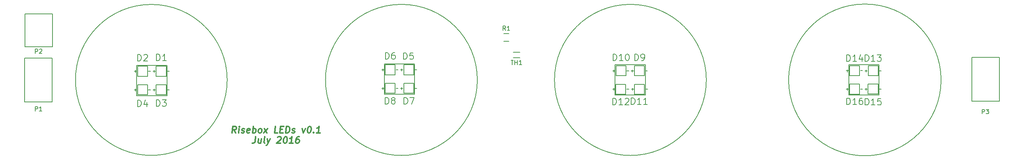
<source format=gto>
G04 #@! TF.FileFunction,Legend,Top*
%FSLAX46Y46*%
G04 Gerber Fmt 4.6, Leading zero omitted, Abs format (unit mm)*
G04 Created by KiCad (PCBNEW 4.0.2-stable) date Vendredi 08 juillet 2016 18:35:17*
%MOMM*%
G01*
G04 APERTURE LIST*
%ADD10C,0.100000*%
%ADD11C,0.300000*%
%ADD12C,0.200000*%
%ADD13C,0.150000*%
G04 APERTURE END LIST*
D10*
D11*
X91205179Y-99778571D02*
X90794464Y-99064286D01*
X90348036Y-99778571D02*
X90535536Y-98278571D01*
X91106964Y-98278571D01*
X91240893Y-98350000D01*
X91303392Y-98421429D01*
X91356964Y-98564286D01*
X91330179Y-98778571D01*
X91240892Y-98921429D01*
X91160536Y-98992857D01*
X91008749Y-99064286D01*
X90437321Y-99064286D01*
X91848036Y-99778571D02*
X91973036Y-98778571D01*
X92035536Y-98278571D02*
X91955178Y-98350000D01*
X92017678Y-98421429D01*
X92098035Y-98350000D01*
X92035536Y-98278571D01*
X92017678Y-98421429D01*
X92499821Y-99707143D02*
X92633750Y-99778571D01*
X92919465Y-99778571D01*
X93071250Y-99707143D01*
X93160535Y-99564286D01*
X93169464Y-99492857D01*
X93115893Y-99350000D01*
X92981965Y-99278571D01*
X92767679Y-99278571D01*
X92633750Y-99207143D01*
X92580178Y-99064286D01*
X92589107Y-98992857D01*
X92678393Y-98850000D01*
X92830179Y-98778571D01*
X93044465Y-98778571D01*
X93178393Y-98850000D01*
X94356964Y-99707143D02*
X94205179Y-99778571D01*
X93919465Y-99778571D01*
X93785536Y-99707143D01*
X93731964Y-99564286D01*
X93803393Y-98992857D01*
X93892679Y-98850000D01*
X94044465Y-98778571D01*
X94330179Y-98778571D01*
X94464107Y-98850000D01*
X94517679Y-98992857D01*
X94499822Y-99135714D01*
X93767679Y-99278571D01*
X95062322Y-99778571D02*
X95249822Y-98278571D01*
X95178393Y-98850000D02*
X95330179Y-98778571D01*
X95615893Y-98778571D01*
X95749821Y-98850000D01*
X95812321Y-98921429D01*
X95865893Y-99064286D01*
X95812322Y-99492857D01*
X95723036Y-99635714D01*
X95642678Y-99707143D01*
X95490893Y-99778571D01*
X95205179Y-99778571D01*
X95071250Y-99707143D01*
X96633751Y-99778571D02*
X96499821Y-99707143D01*
X96437322Y-99635714D01*
X96383750Y-99492857D01*
X96437321Y-99064286D01*
X96526607Y-98921429D01*
X96606964Y-98850000D01*
X96758751Y-98778571D01*
X96973036Y-98778571D01*
X97106964Y-98850000D01*
X97169464Y-98921429D01*
X97223036Y-99064286D01*
X97169465Y-99492857D01*
X97080179Y-99635714D01*
X96999821Y-99707143D01*
X96848036Y-99778571D01*
X96633751Y-99778571D01*
X97633751Y-99778571D02*
X98544465Y-98778571D01*
X97758751Y-98778571D02*
X98419465Y-99778571D01*
X100848037Y-99778571D02*
X100133751Y-99778571D01*
X100321251Y-98278571D01*
X101446251Y-98992857D02*
X101946251Y-98992857D01*
X102062323Y-99778571D02*
X101348037Y-99778571D01*
X101535537Y-98278571D01*
X102249823Y-98278571D01*
X102705180Y-99778571D02*
X102892680Y-98278571D01*
X103249823Y-98278571D01*
X103455179Y-98350000D01*
X103580180Y-98492857D01*
X103633751Y-98635714D01*
X103669465Y-98921429D01*
X103642680Y-99135714D01*
X103535536Y-99421429D01*
X103446251Y-99564286D01*
X103285536Y-99707143D01*
X103062323Y-99778571D01*
X102705180Y-99778571D01*
X104142679Y-99707143D02*
X104276608Y-99778571D01*
X104562323Y-99778571D01*
X104714108Y-99707143D01*
X104803393Y-99564286D01*
X104812322Y-99492857D01*
X104758751Y-99350000D01*
X104624823Y-99278571D01*
X104410537Y-99278571D01*
X104276608Y-99207143D01*
X104223036Y-99064286D01*
X104231965Y-98992857D01*
X104321251Y-98850000D01*
X104473037Y-98778571D01*
X104687323Y-98778571D01*
X104821251Y-98850000D01*
X106544466Y-98778571D02*
X106776609Y-99778571D01*
X107258751Y-98778571D01*
X108178394Y-98278571D02*
X108321251Y-98278571D01*
X108455179Y-98350000D01*
X108517679Y-98421429D01*
X108571251Y-98564286D01*
X108606965Y-98850000D01*
X108562322Y-99207143D01*
X108455180Y-99492857D01*
X108365894Y-99635714D01*
X108285536Y-99707143D01*
X108133751Y-99778571D01*
X107990894Y-99778571D01*
X107856965Y-99707143D01*
X107794465Y-99635714D01*
X107740894Y-99492857D01*
X107705179Y-99207143D01*
X107749822Y-98850000D01*
X107856965Y-98564286D01*
X107946250Y-98421429D01*
X108026608Y-98350000D01*
X108178394Y-98278571D01*
X109151608Y-99635714D02*
X109214107Y-99707143D01*
X109133751Y-99778571D01*
X109071250Y-99707143D01*
X109151608Y-99635714D01*
X109133751Y-99778571D01*
X110633751Y-99778571D02*
X109776608Y-99778571D01*
X110205180Y-99778571D02*
X110392680Y-98278571D01*
X110223037Y-98492857D01*
X110062322Y-98635714D01*
X109910536Y-98707143D01*
X95785537Y-100678571D02*
X95651608Y-101750000D01*
X95553394Y-101964286D01*
X95392680Y-102107143D01*
X95169466Y-102178571D01*
X95026609Y-102178571D01*
X97080180Y-101178571D02*
X96955180Y-102178571D01*
X96437323Y-101178571D02*
X96339108Y-101964286D01*
X96392679Y-102107143D01*
X96526609Y-102178571D01*
X96740894Y-102178571D01*
X96892679Y-102107143D01*
X96973037Y-102035714D01*
X97883752Y-102178571D02*
X97749822Y-102107143D01*
X97696251Y-101964286D01*
X97856966Y-100678571D01*
X98437323Y-101178571D02*
X98669466Y-102178571D01*
X99151608Y-101178571D02*
X98669466Y-102178571D01*
X98481965Y-102535714D01*
X98401608Y-102607143D01*
X98249823Y-102678571D01*
X100839107Y-100821429D02*
X100919465Y-100750000D01*
X101071251Y-100678571D01*
X101428394Y-100678571D01*
X101562322Y-100750000D01*
X101624822Y-100821429D01*
X101678393Y-100964286D01*
X101660536Y-101107143D01*
X101562322Y-101321429D01*
X100598037Y-102178571D01*
X101526608Y-102178571D01*
X102642679Y-100678571D02*
X102785536Y-100678571D01*
X102919464Y-100750000D01*
X102981964Y-100821429D01*
X103035536Y-100964286D01*
X103071250Y-101250000D01*
X103026607Y-101607143D01*
X102919465Y-101892857D01*
X102830179Y-102035714D01*
X102749821Y-102107143D01*
X102598036Y-102178571D01*
X102455179Y-102178571D01*
X102321250Y-102107143D01*
X102258750Y-102035714D01*
X102205179Y-101892857D01*
X102169464Y-101607143D01*
X102214107Y-101250000D01*
X102321250Y-100964286D01*
X102410535Y-100821429D01*
X102490893Y-100750000D01*
X102642679Y-100678571D01*
X104383750Y-102178571D02*
X103526607Y-102178571D01*
X103955179Y-102178571D02*
X104142679Y-100678571D01*
X103973036Y-100892857D01*
X103812321Y-101035714D01*
X103660535Y-101107143D01*
X105856964Y-100678571D02*
X105571250Y-100678571D01*
X105419464Y-100750000D01*
X105339106Y-100821429D01*
X105169464Y-101035714D01*
X105062320Y-101321429D01*
X104990892Y-101892857D01*
X105044464Y-102035714D01*
X105106963Y-102107143D01*
X105240893Y-102178571D01*
X105526607Y-102178571D01*
X105678392Y-102107143D01*
X105758750Y-102035714D01*
X105848035Y-101892857D01*
X105892678Y-101535714D01*
X105839107Y-101392857D01*
X105776606Y-101321429D01*
X105642678Y-101250000D01*
X105356964Y-101250000D01*
X105205177Y-101321429D01*
X105124821Y-101392857D01*
X105035535Y-101535714D01*
D12*
X89212084Y-87500000D02*
G75*
G03X89212084Y-87500000I-17492084J0D01*
G01*
X146897901Y-87500000D02*
G75*
G03X146897901Y-87500000I-17507901J0D01*
G01*
X253839184Y-87500000D02*
G75*
G03X253839184Y-87500000I-17579184J0D01*
G01*
X199707901Y-87500000D02*
G75*
G03X199707901Y-87500000I-17507901J0D01*
G01*
X178648900Y-91000000D02*
X178648900Y-84000000D01*
X185648900Y-91000000D02*
X178648900Y-91000000D01*
X185648900Y-84000000D02*
X185648900Y-91000000D01*
X178648900Y-84000000D02*
X185648900Y-84000000D01*
X232541700Y-91000000D02*
X232541700Y-84000000D01*
X239541700Y-91000000D02*
X232541700Y-91000000D01*
X239541700Y-84000000D02*
X239541700Y-91000000D01*
X232541700Y-84000000D02*
X239541700Y-84000000D01*
X125430700Y-90809500D02*
X125430700Y-83809500D01*
X132430700Y-90809500D02*
X125430700Y-90809500D01*
X132430700Y-83809500D02*
X132430700Y-90809500D01*
X125430700Y-83809500D02*
X132430700Y-83809500D01*
X68344200Y-91139700D02*
X68344200Y-84139700D01*
X75344200Y-91139700D02*
X68344200Y-91139700D01*
X75344200Y-84139700D02*
X75344200Y-91139700D01*
X68344200Y-84139700D02*
X75344200Y-84139700D01*
D13*
X154190000Y-78525000D02*
X152990000Y-78525000D01*
X152990000Y-76775000D02*
X154190000Y-76775000D01*
X156752800Y-82337600D02*
X155152800Y-82337600D01*
X156752800Y-81118400D02*
X155152800Y-81118400D01*
X75354200Y-85489700D02*
X75834200Y-85489700D01*
X72114200Y-85489700D02*
X72644200Y-85489700D01*
X72374200Y-85239700D02*
X72374200Y-85749700D01*
X72844200Y-84339700D02*
X72844200Y-86639700D01*
X72844200Y-86639700D02*
X75144200Y-86639700D01*
X75144200Y-86639700D02*
X75144200Y-84339700D01*
X75144200Y-84339700D02*
X72844200Y-84339700D01*
X71054200Y-85489700D02*
X71534200Y-85489700D01*
X67814200Y-85489700D02*
X68344200Y-85489700D01*
X68074200Y-85239700D02*
X68074200Y-85749700D01*
X68544200Y-84339700D02*
X68544200Y-86639700D01*
X68544200Y-86639700D02*
X70844200Y-86639700D01*
X70844200Y-86639700D02*
X70844200Y-84339700D01*
X70844200Y-84339700D02*
X68544200Y-84339700D01*
X75354200Y-89789700D02*
X75834200Y-89789700D01*
X72114200Y-89789700D02*
X72644200Y-89789700D01*
X72374200Y-89539700D02*
X72374200Y-90049700D01*
X72844200Y-88639700D02*
X72844200Y-90939700D01*
X72844200Y-90939700D02*
X75144200Y-90939700D01*
X75144200Y-90939700D02*
X75144200Y-88639700D01*
X75144200Y-88639700D02*
X72844200Y-88639700D01*
X71054200Y-89789700D02*
X71534200Y-89789700D01*
X67814200Y-89789700D02*
X68344200Y-89789700D01*
X68074200Y-89539700D02*
X68074200Y-90049700D01*
X68544200Y-88639700D02*
X68544200Y-90939700D01*
X68544200Y-90939700D02*
X70844200Y-90939700D01*
X70844200Y-90939700D02*
X70844200Y-88639700D01*
X70844200Y-88639700D02*
X68544200Y-88639700D01*
X132436700Y-85153500D02*
X132916700Y-85153500D01*
X129196700Y-85153500D02*
X129726700Y-85153500D01*
X129456700Y-84903500D02*
X129456700Y-85413500D01*
X129926700Y-84003500D02*
X129926700Y-86303500D01*
X129926700Y-86303500D02*
X132226700Y-86303500D01*
X132226700Y-86303500D02*
X132226700Y-84003500D01*
X132226700Y-84003500D02*
X129926700Y-84003500D01*
X128144100Y-85153500D02*
X128624100Y-85153500D01*
X124904100Y-85153500D02*
X125434100Y-85153500D01*
X125164100Y-84903500D02*
X125164100Y-85413500D01*
X125634100Y-84003500D02*
X125634100Y-86303500D01*
X125634100Y-86303500D02*
X127934100Y-86303500D01*
X127934100Y-86303500D02*
X127934100Y-84003500D01*
X127934100Y-84003500D02*
X125634100Y-84003500D01*
X132436700Y-89458800D02*
X132916700Y-89458800D01*
X129196700Y-89458800D02*
X129726700Y-89458800D01*
X129456700Y-89208800D02*
X129456700Y-89718800D01*
X129926700Y-88308800D02*
X129926700Y-90608800D01*
X129926700Y-90608800D02*
X132226700Y-90608800D01*
X132226700Y-90608800D02*
X132226700Y-88308800D01*
X132226700Y-88308800D02*
X129926700Y-88308800D01*
X128144100Y-89458800D02*
X128624100Y-89458800D01*
X124904100Y-89458800D02*
X125434100Y-89458800D01*
X125164100Y-89208800D02*
X125164100Y-89718800D01*
X125634100Y-88308800D02*
X125634100Y-90608800D01*
X125634100Y-90608800D02*
X127934100Y-90608800D01*
X127934100Y-90608800D02*
X127934100Y-88308800D01*
X127934100Y-88308800D02*
X125634100Y-88308800D01*
X185640000Y-85370000D02*
X186120000Y-85370000D01*
X182400000Y-85370000D02*
X182930000Y-85370000D01*
X182660000Y-85120000D02*
X182660000Y-85630000D01*
X183130000Y-84220000D02*
X183130000Y-86520000D01*
X183130000Y-86520000D02*
X185430000Y-86520000D01*
X185430000Y-86520000D02*
X185430000Y-84220000D01*
X185430000Y-84220000D02*
X183130000Y-84220000D01*
X181370000Y-85370000D02*
X181850000Y-85370000D01*
X178130000Y-85370000D02*
X178660000Y-85370000D01*
X178390000Y-85120000D02*
X178390000Y-85630000D01*
X178860000Y-84220000D02*
X178860000Y-86520000D01*
X178860000Y-86520000D02*
X181160000Y-86520000D01*
X181160000Y-86520000D02*
X181160000Y-84220000D01*
X181160000Y-84220000D02*
X178860000Y-84220000D01*
X185660000Y-89660000D02*
X186140000Y-89660000D01*
X182420000Y-89660000D02*
X182950000Y-89660000D01*
X182680000Y-89410000D02*
X182680000Y-89920000D01*
X183150000Y-88510000D02*
X183150000Y-90810000D01*
X183150000Y-90810000D02*
X185450000Y-90810000D01*
X185450000Y-90810000D02*
X185450000Y-88510000D01*
X185450000Y-88510000D02*
X183150000Y-88510000D01*
X181350000Y-89660000D02*
X181830000Y-89660000D01*
X178110000Y-89660000D02*
X178640000Y-89660000D01*
X178370000Y-89410000D02*
X178370000Y-89920000D01*
X178840000Y-88510000D02*
X178840000Y-90810000D01*
X178840000Y-90810000D02*
X181140000Y-90810000D01*
X181140000Y-90810000D02*
X181140000Y-88510000D01*
X181140000Y-88510000D02*
X178840000Y-88510000D01*
X239550000Y-85370000D02*
X240030000Y-85370000D01*
X236310000Y-85370000D02*
X236840000Y-85370000D01*
X236570000Y-85120000D02*
X236570000Y-85630000D01*
X237040000Y-84220000D02*
X237040000Y-86520000D01*
X237040000Y-86520000D02*
X239340000Y-86520000D01*
X239340000Y-86520000D02*
X239340000Y-84220000D01*
X239340000Y-84220000D02*
X237040000Y-84220000D01*
X235250000Y-85360000D02*
X235730000Y-85360000D01*
X232010000Y-85360000D02*
X232540000Y-85360000D01*
X232270000Y-85110000D02*
X232270000Y-85620000D01*
X232740000Y-84210000D02*
X232740000Y-86510000D01*
X232740000Y-86510000D02*
X235040000Y-86510000D01*
X235040000Y-86510000D02*
X235040000Y-84210000D01*
X235040000Y-84210000D02*
X232740000Y-84210000D01*
X239530000Y-89630000D02*
X240010000Y-89630000D01*
X236290000Y-89630000D02*
X236820000Y-89630000D01*
X236550000Y-89380000D02*
X236550000Y-89890000D01*
X237020000Y-88480000D02*
X237020000Y-90780000D01*
X237020000Y-90780000D02*
X239320000Y-90780000D01*
X239320000Y-90780000D02*
X239320000Y-88480000D01*
X239320000Y-88480000D02*
X237020000Y-88480000D01*
X235250000Y-89640000D02*
X235730000Y-89640000D01*
X232010000Y-89640000D02*
X232540000Y-89640000D01*
X232270000Y-89390000D02*
X232270000Y-89900000D01*
X232740000Y-88490000D02*
X232740000Y-90790000D01*
X232740000Y-90790000D02*
X235040000Y-90790000D01*
X235040000Y-90790000D02*
X235040000Y-88490000D01*
X235040000Y-88490000D02*
X232740000Y-88490000D01*
X48875000Y-92570000D02*
X42525000Y-92570000D01*
X48875000Y-82410000D02*
X42525000Y-82410000D01*
X42525000Y-82410000D02*
X42525000Y-92570000D01*
X48875000Y-82410000D02*
X48875000Y-92570000D01*
X48895000Y-79820000D02*
X42545000Y-79820000D01*
X48895000Y-72200000D02*
X42545000Y-72200000D01*
X42545000Y-72200000D02*
X42545000Y-79820000D01*
X48895000Y-72200000D02*
X48895000Y-79820000D01*
X260935000Y-82280000D02*
X267285000Y-82280000D01*
X260935000Y-92440000D02*
X267285000Y-92440000D01*
X267285000Y-92440000D02*
X267285000Y-82280000D01*
X260935000Y-92440000D02*
X260935000Y-82280000D01*
X153423334Y-76002381D02*
X153090000Y-75526190D01*
X152851905Y-76002381D02*
X152851905Y-75002381D01*
X153232858Y-75002381D01*
X153328096Y-75050000D01*
X153375715Y-75097619D01*
X153423334Y-75192857D01*
X153423334Y-75335714D01*
X153375715Y-75430952D01*
X153328096Y-75478571D01*
X153232858Y-75526190D01*
X152851905Y-75526190D01*
X154375715Y-76002381D02*
X153804286Y-76002381D01*
X154090000Y-76002381D02*
X154090000Y-75002381D01*
X153994762Y-75145238D01*
X153899524Y-75240476D01*
X153804286Y-75288095D01*
X154654286Y-82950381D02*
X155225715Y-82950381D01*
X154940000Y-83950381D02*
X154940000Y-82950381D01*
X155559048Y-83950381D02*
X155559048Y-82950381D01*
X155559048Y-83426571D02*
X156130477Y-83426571D01*
X156130477Y-83950381D02*
X156130477Y-82950381D01*
X157130477Y-83950381D02*
X156559048Y-83950381D01*
X156844762Y-83950381D02*
X156844762Y-82950381D01*
X156749524Y-83093238D01*
X156654286Y-83188476D01*
X156559048Y-83236095D01*
X72908458Y-83050771D02*
X72908458Y-81550771D01*
X73265601Y-81550771D01*
X73479886Y-81622200D01*
X73622744Y-81765057D01*
X73694172Y-81907914D01*
X73765601Y-82193629D01*
X73765601Y-82407914D01*
X73694172Y-82693629D01*
X73622744Y-82836486D01*
X73479886Y-82979343D01*
X73265601Y-83050771D01*
X72908458Y-83050771D01*
X75194172Y-83050771D02*
X74337029Y-83050771D01*
X74765601Y-83050771D02*
X74765601Y-81550771D01*
X74622744Y-81765057D01*
X74479886Y-81907914D01*
X74337029Y-81979343D01*
X68577758Y-83101571D02*
X68577758Y-81601571D01*
X68934901Y-81601571D01*
X69149186Y-81673000D01*
X69292044Y-81815857D01*
X69363472Y-81958714D01*
X69434901Y-82244429D01*
X69434901Y-82458714D01*
X69363472Y-82744429D01*
X69292044Y-82887286D01*
X69149186Y-83030143D01*
X68934901Y-83101571D01*
X68577758Y-83101571D01*
X70006329Y-81744429D02*
X70077758Y-81673000D01*
X70220615Y-81601571D01*
X70577758Y-81601571D01*
X70720615Y-81673000D01*
X70792044Y-81744429D01*
X70863472Y-81887286D01*
X70863472Y-82030143D01*
X70792044Y-82244429D01*
X69934901Y-83101571D01*
X70863472Y-83101571D01*
X72883058Y-93604471D02*
X72883058Y-92104471D01*
X73240201Y-92104471D01*
X73454486Y-92175900D01*
X73597344Y-92318757D01*
X73668772Y-92461614D01*
X73740201Y-92747329D01*
X73740201Y-92961614D01*
X73668772Y-93247329D01*
X73597344Y-93390186D01*
X73454486Y-93533043D01*
X73240201Y-93604471D01*
X72883058Y-93604471D01*
X74240201Y-92104471D02*
X75168772Y-92104471D01*
X74668772Y-92675900D01*
X74883058Y-92675900D01*
X75025915Y-92747329D01*
X75097344Y-92818757D01*
X75168772Y-92961614D01*
X75168772Y-93318757D01*
X75097344Y-93461614D01*
X75025915Y-93533043D01*
X74883058Y-93604471D01*
X74454486Y-93604471D01*
X74311629Y-93533043D01*
X74240201Y-93461614D01*
X68552358Y-93667971D02*
X68552358Y-92167971D01*
X68909501Y-92167971D01*
X69123786Y-92239400D01*
X69266644Y-92382257D01*
X69338072Y-92525114D01*
X69409501Y-92810829D01*
X69409501Y-93025114D01*
X69338072Y-93310829D01*
X69266644Y-93453686D01*
X69123786Y-93596543D01*
X68909501Y-93667971D01*
X68552358Y-93667971D01*
X70695215Y-92667971D02*
X70695215Y-93667971D01*
X70338072Y-92096543D02*
X69980929Y-93167971D01*
X70909501Y-93167971D01*
X129880658Y-82720571D02*
X129880658Y-81220571D01*
X130237801Y-81220571D01*
X130452086Y-81292000D01*
X130594944Y-81434857D01*
X130666372Y-81577714D01*
X130737801Y-81863429D01*
X130737801Y-82077714D01*
X130666372Y-82363429D01*
X130594944Y-82506286D01*
X130452086Y-82649143D01*
X130237801Y-82720571D01*
X129880658Y-82720571D01*
X132094944Y-81220571D02*
X131380658Y-81220571D01*
X131309229Y-81934857D01*
X131380658Y-81863429D01*
X131523515Y-81792000D01*
X131880658Y-81792000D01*
X132023515Y-81863429D01*
X132094944Y-81934857D01*
X132166372Y-82077714D01*
X132166372Y-82434857D01*
X132094944Y-82577714D01*
X132023515Y-82649143D01*
X131880658Y-82720571D01*
X131523515Y-82720571D01*
X131380658Y-82649143D01*
X131309229Y-82577714D01*
X125689658Y-82657071D02*
X125689658Y-81157071D01*
X126046801Y-81157071D01*
X126261086Y-81228500D01*
X126403944Y-81371357D01*
X126475372Y-81514214D01*
X126546801Y-81799929D01*
X126546801Y-82014214D01*
X126475372Y-82299929D01*
X126403944Y-82442786D01*
X126261086Y-82585643D01*
X126046801Y-82657071D01*
X125689658Y-82657071D01*
X127832515Y-81157071D02*
X127546801Y-81157071D01*
X127403944Y-81228500D01*
X127332515Y-81299929D01*
X127189658Y-81514214D01*
X127118229Y-81799929D01*
X127118229Y-82371357D01*
X127189658Y-82514214D01*
X127261086Y-82585643D01*
X127403944Y-82657071D01*
X127689658Y-82657071D01*
X127832515Y-82585643D01*
X127903944Y-82514214D01*
X127975372Y-82371357D01*
X127975372Y-82014214D01*
X127903944Y-81871357D01*
X127832515Y-81799929D01*
X127689658Y-81728500D01*
X127403944Y-81728500D01*
X127261086Y-81799929D01*
X127189658Y-81871357D01*
X127118229Y-82014214D01*
X129994958Y-93109171D02*
X129994958Y-91609171D01*
X130352101Y-91609171D01*
X130566386Y-91680600D01*
X130709244Y-91823457D01*
X130780672Y-91966314D01*
X130852101Y-92252029D01*
X130852101Y-92466314D01*
X130780672Y-92752029D01*
X130709244Y-92894886D01*
X130566386Y-93037743D01*
X130352101Y-93109171D01*
X129994958Y-93109171D01*
X131352101Y-91609171D02*
X132352101Y-91609171D01*
X131709244Y-93109171D01*
X125664258Y-93071071D02*
X125664258Y-91571071D01*
X126021401Y-91571071D01*
X126235686Y-91642500D01*
X126378544Y-91785357D01*
X126449972Y-91928214D01*
X126521401Y-92213929D01*
X126521401Y-92428214D01*
X126449972Y-92713929D01*
X126378544Y-92856786D01*
X126235686Y-92999643D01*
X126021401Y-93071071D01*
X125664258Y-93071071D01*
X127378544Y-92213929D02*
X127235686Y-92142500D01*
X127164258Y-92071071D01*
X127092829Y-91928214D01*
X127092829Y-91856786D01*
X127164258Y-91713929D01*
X127235686Y-91642500D01*
X127378544Y-91571071D01*
X127664258Y-91571071D01*
X127807115Y-91642500D01*
X127878544Y-91713929D01*
X127949972Y-91856786D01*
X127949972Y-91928214D01*
X127878544Y-92071071D01*
X127807115Y-92142500D01*
X127664258Y-92213929D01*
X127378544Y-92213929D01*
X127235686Y-92285357D01*
X127164258Y-92356786D01*
X127092829Y-92499643D01*
X127092829Y-92785357D01*
X127164258Y-92928214D01*
X127235686Y-92999643D01*
X127378544Y-93071071D01*
X127664258Y-93071071D01*
X127807115Y-92999643D01*
X127878544Y-92928214D01*
X127949972Y-92785357D01*
X127949972Y-92499643D01*
X127878544Y-92356786D01*
X127807115Y-92285357D01*
X127664258Y-92213929D01*
X183182858Y-82998571D02*
X183182858Y-81498571D01*
X183540001Y-81498571D01*
X183754286Y-81570000D01*
X183897144Y-81712857D01*
X183968572Y-81855714D01*
X184040001Y-82141429D01*
X184040001Y-82355714D01*
X183968572Y-82641429D01*
X183897144Y-82784286D01*
X183754286Y-82927143D01*
X183540001Y-82998571D01*
X183182858Y-82998571D01*
X184754286Y-82998571D02*
X185040001Y-82998571D01*
X185182858Y-82927143D01*
X185254286Y-82855714D01*
X185397144Y-82641429D01*
X185468572Y-82355714D01*
X185468572Y-81784286D01*
X185397144Y-81641429D01*
X185325715Y-81570000D01*
X185182858Y-81498571D01*
X184897144Y-81498571D01*
X184754286Y-81570000D01*
X184682858Y-81641429D01*
X184611429Y-81784286D01*
X184611429Y-82141429D01*
X184682858Y-82284286D01*
X184754286Y-82355714D01*
X184897144Y-82427143D01*
X185182858Y-82427143D01*
X185325715Y-82355714D01*
X185397144Y-82284286D01*
X185468572Y-82141429D01*
X178198572Y-82998571D02*
X178198572Y-81498571D01*
X178555715Y-81498571D01*
X178770000Y-81570000D01*
X178912858Y-81712857D01*
X178984286Y-81855714D01*
X179055715Y-82141429D01*
X179055715Y-82355714D01*
X178984286Y-82641429D01*
X178912858Y-82784286D01*
X178770000Y-82927143D01*
X178555715Y-82998571D01*
X178198572Y-82998571D01*
X180484286Y-82998571D02*
X179627143Y-82998571D01*
X180055715Y-82998571D02*
X180055715Y-81498571D01*
X179912858Y-81712857D01*
X179770000Y-81855714D01*
X179627143Y-81927143D01*
X181412857Y-81498571D02*
X181555714Y-81498571D01*
X181698571Y-81570000D01*
X181770000Y-81641429D01*
X181841429Y-81784286D01*
X181912857Y-82070000D01*
X181912857Y-82427143D01*
X181841429Y-82712857D01*
X181770000Y-82855714D01*
X181698571Y-82927143D01*
X181555714Y-82998571D01*
X181412857Y-82998571D01*
X181270000Y-82927143D01*
X181198571Y-82855714D01*
X181127143Y-82712857D01*
X181055714Y-82427143D01*
X181055714Y-82070000D01*
X181127143Y-81784286D01*
X181198571Y-81641429D01*
X181270000Y-81570000D01*
X181412857Y-81498571D01*
X182408572Y-93158571D02*
X182408572Y-91658571D01*
X182765715Y-91658571D01*
X182980000Y-91730000D01*
X183122858Y-91872857D01*
X183194286Y-92015714D01*
X183265715Y-92301429D01*
X183265715Y-92515714D01*
X183194286Y-92801429D01*
X183122858Y-92944286D01*
X182980000Y-93087143D01*
X182765715Y-93158571D01*
X182408572Y-93158571D01*
X184694286Y-93158571D02*
X183837143Y-93158571D01*
X184265715Y-93158571D02*
X184265715Y-91658571D01*
X184122858Y-91872857D01*
X183980000Y-92015714D01*
X183837143Y-92087143D01*
X186122857Y-93158571D02*
X185265714Y-93158571D01*
X185694286Y-93158571D02*
X185694286Y-91658571D01*
X185551429Y-91872857D01*
X185408571Y-92015714D01*
X185265714Y-92087143D01*
X178118572Y-93248571D02*
X178118572Y-91748571D01*
X178475715Y-91748571D01*
X178690000Y-91820000D01*
X178832858Y-91962857D01*
X178904286Y-92105714D01*
X178975715Y-92391429D01*
X178975715Y-92605714D01*
X178904286Y-92891429D01*
X178832858Y-93034286D01*
X178690000Y-93177143D01*
X178475715Y-93248571D01*
X178118572Y-93248571D01*
X180404286Y-93248571D02*
X179547143Y-93248571D01*
X179975715Y-93248571D02*
X179975715Y-91748571D01*
X179832858Y-91962857D01*
X179690000Y-92105714D01*
X179547143Y-92177143D01*
X180975714Y-91891429D02*
X181047143Y-91820000D01*
X181190000Y-91748571D01*
X181547143Y-91748571D01*
X181690000Y-91820000D01*
X181761429Y-91891429D01*
X181832857Y-92034286D01*
X181832857Y-92177143D01*
X181761429Y-92391429D01*
X180904286Y-93248571D01*
X181832857Y-93248571D01*
X236338572Y-83168571D02*
X236338572Y-81668571D01*
X236695715Y-81668571D01*
X236910000Y-81740000D01*
X237052858Y-81882857D01*
X237124286Y-82025714D01*
X237195715Y-82311429D01*
X237195715Y-82525714D01*
X237124286Y-82811429D01*
X237052858Y-82954286D01*
X236910000Y-83097143D01*
X236695715Y-83168571D01*
X236338572Y-83168571D01*
X238624286Y-83168571D02*
X237767143Y-83168571D01*
X238195715Y-83168571D02*
X238195715Y-81668571D01*
X238052858Y-81882857D01*
X237910000Y-82025714D01*
X237767143Y-82097143D01*
X239124286Y-81668571D02*
X240052857Y-81668571D01*
X239552857Y-82240000D01*
X239767143Y-82240000D01*
X239910000Y-82311429D01*
X239981429Y-82382857D01*
X240052857Y-82525714D01*
X240052857Y-82882857D01*
X239981429Y-83025714D01*
X239910000Y-83097143D01*
X239767143Y-83168571D01*
X239338571Y-83168571D01*
X239195714Y-83097143D01*
X239124286Y-83025714D01*
X232078572Y-83198571D02*
X232078572Y-81698571D01*
X232435715Y-81698571D01*
X232650000Y-81770000D01*
X232792858Y-81912857D01*
X232864286Y-82055714D01*
X232935715Y-82341429D01*
X232935715Y-82555714D01*
X232864286Y-82841429D01*
X232792858Y-82984286D01*
X232650000Y-83127143D01*
X232435715Y-83198571D01*
X232078572Y-83198571D01*
X234364286Y-83198571D02*
X233507143Y-83198571D01*
X233935715Y-83198571D02*
X233935715Y-81698571D01*
X233792858Y-81912857D01*
X233650000Y-82055714D01*
X233507143Y-82127143D01*
X235650000Y-82198571D02*
X235650000Y-83198571D01*
X235292857Y-81627143D02*
X234935714Y-82698571D01*
X235864286Y-82698571D01*
X236338572Y-93308571D02*
X236338572Y-91808571D01*
X236695715Y-91808571D01*
X236910000Y-91880000D01*
X237052858Y-92022857D01*
X237124286Y-92165714D01*
X237195715Y-92451429D01*
X237195715Y-92665714D01*
X237124286Y-92951429D01*
X237052858Y-93094286D01*
X236910000Y-93237143D01*
X236695715Y-93308571D01*
X236338572Y-93308571D01*
X238624286Y-93308571D02*
X237767143Y-93308571D01*
X238195715Y-93308571D02*
X238195715Y-91808571D01*
X238052858Y-92022857D01*
X237910000Y-92165714D01*
X237767143Y-92237143D01*
X239981429Y-91808571D02*
X239267143Y-91808571D01*
X239195714Y-92522857D01*
X239267143Y-92451429D01*
X239410000Y-92380000D01*
X239767143Y-92380000D01*
X239910000Y-92451429D01*
X239981429Y-92522857D01*
X240052857Y-92665714D01*
X240052857Y-93022857D01*
X239981429Y-93165714D01*
X239910000Y-93237143D01*
X239767143Y-93308571D01*
X239410000Y-93308571D01*
X239267143Y-93237143D01*
X239195714Y-93165714D01*
X232078572Y-93218571D02*
X232078572Y-91718571D01*
X232435715Y-91718571D01*
X232650000Y-91790000D01*
X232792858Y-91932857D01*
X232864286Y-92075714D01*
X232935715Y-92361429D01*
X232935715Y-92575714D01*
X232864286Y-92861429D01*
X232792858Y-93004286D01*
X232650000Y-93147143D01*
X232435715Y-93218571D01*
X232078572Y-93218571D01*
X234364286Y-93218571D02*
X233507143Y-93218571D01*
X233935715Y-93218571D02*
X233935715Y-91718571D01*
X233792858Y-91932857D01*
X233650000Y-92075714D01*
X233507143Y-92147143D01*
X235650000Y-91718571D02*
X235364286Y-91718571D01*
X235221429Y-91790000D01*
X235150000Y-91861429D01*
X235007143Y-92075714D01*
X234935714Y-92361429D01*
X234935714Y-92932857D01*
X235007143Y-93075714D01*
X235078571Y-93147143D01*
X235221429Y-93218571D01*
X235507143Y-93218571D01*
X235650000Y-93147143D01*
X235721429Y-93075714D01*
X235792857Y-92932857D01*
X235792857Y-92575714D01*
X235721429Y-92432857D01*
X235650000Y-92361429D01*
X235507143Y-92290000D01*
X235221429Y-92290000D01*
X235078571Y-92361429D01*
X235007143Y-92432857D01*
X234935714Y-92575714D01*
X44961905Y-94682381D02*
X44961905Y-93682381D01*
X45342858Y-93682381D01*
X45438096Y-93730000D01*
X45485715Y-93777619D01*
X45533334Y-93872857D01*
X45533334Y-94015714D01*
X45485715Y-94110952D01*
X45438096Y-94158571D01*
X45342858Y-94206190D01*
X44961905Y-94206190D01*
X46485715Y-94682381D02*
X45914286Y-94682381D01*
X46200000Y-94682381D02*
X46200000Y-93682381D01*
X46104762Y-93825238D01*
X46009524Y-93920476D01*
X45914286Y-93968095D01*
X44961905Y-81352381D02*
X44961905Y-80352381D01*
X45342858Y-80352381D01*
X45438096Y-80400000D01*
X45485715Y-80447619D01*
X45533334Y-80542857D01*
X45533334Y-80685714D01*
X45485715Y-80780952D01*
X45438096Y-80828571D01*
X45342858Y-80876190D01*
X44961905Y-80876190D01*
X45914286Y-80447619D02*
X45961905Y-80400000D01*
X46057143Y-80352381D01*
X46295239Y-80352381D01*
X46390477Y-80400000D01*
X46438096Y-80447619D01*
X46485715Y-80542857D01*
X46485715Y-80638095D01*
X46438096Y-80780952D01*
X45866667Y-81352381D01*
X46485715Y-81352381D01*
X263311905Y-95342381D02*
X263311905Y-94342381D01*
X263692858Y-94342381D01*
X263788096Y-94390000D01*
X263835715Y-94437619D01*
X263883334Y-94532857D01*
X263883334Y-94675714D01*
X263835715Y-94770952D01*
X263788096Y-94818571D01*
X263692858Y-94866190D01*
X263311905Y-94866190D01*
X264216667Y-94342381D02*
X264835715Y-94342381D01*
X264502381Y-94723333D01*
X264645239Y-94723333D01*
X264740477Y-94770952D01*
X264788096Y-94818571D01*
X264835715Y-94913810D01*
X264835715Y-95151905D01*
X264788096Y-95247143D01*
X264740477Y-95294762D01*
X264645239Y-95342381D01*
X264359524Y-95342381D01*
X264264286Y-95294762D01*
X264216667Y-95247143D01*
M02*

</source>
